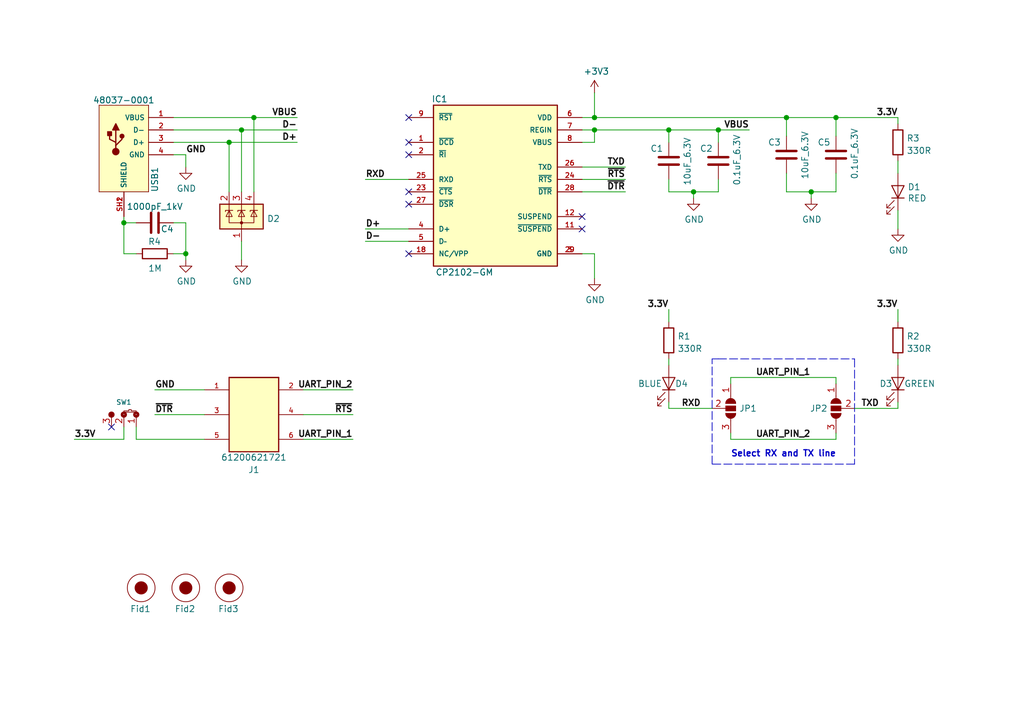
<source format=kicad_sch>
(kicad_sch (version 20211123) (generator eeschema)
  (paper "A5")
  (title_block (title "usb2uart") (date "2020-05-22") (rev "v1.0"))
  (lib_symbols
    (symbol "Bridge_ICs:CP2102-GM" (pin_names (offset 1.016))
      (property "Reference" "IC" (at -12.954 18.3642 0))
      (property "Value" "CP2102-GM" (at -13.1318 -17.3228 0))
      (symbol "CP2102-GM_0_0"
        (rectangle (start -12.7 17.78) (end 12.7 -15.24) (stroke (width 0.254)) (fill (type background)))
        (pin input line (at -17.78 10.16 0) (length 5.08) (name "~{DCD}") (number "1"))
        (pin output line (at 17.78 -7.62 180) (length 5.08) (name "~{SUSPEND}") (number "11"))
        (pin output line (at 17.78 -5.08 180) (length 5.08) (name "SUSPEND") (number "12"))
        (pin bidirectional line (at -17.78 -12.7 0) (length 5.08) (name "NC/VPP") (number "18"))
        (pin input line (at -17.78 7.62 0) (length 5.08) (name "~{RI}") (number "2"))
        (pin input line (at -17.78 0 0) (length 5.08) (name "~{CTS}") (number "23"))
        (pin output line (at 17.78 2.54 180) (length 5.08) (name "~{RTS}") (number "24"))
        (pin input line (at -17.78 2.54 0) (length 5.08) (name "RXD") (number "25"))
        (pin output line (at 17.78 5.08 180) (length 5.08) (name "TXD") (number "26"))
        (pin input line (at -17.78 -2.54 0) (length 5.08) (name "~{DSR}") (number "27"))
        (pin output line (at 17.78 0 180) (length 5.08) (name "~{DTR}") (number "28"))
        (pin power_in line (at 17.78 -12.7 180) (length 5.08) (name "GND") (number "29"))
        (pin power_in line (at 17.78 -12.7 180) (length 5.08) (name "GND") (number "3"))
        (pin bidirectional line (at -17.78 -7.62 0) (length 5.08) (name "D+") (number "4"))
        (pin bidirectional line (at -17.78 -10.16 0) (length 5.08) (name "D–") (number "5"))
        (pin power_in line (at 17.78 15.24 180) (length 5.08) (name "VDD") (number "6"))
        (pin power_in line (at 17.78 12.7 180) (length 5.08) (name "REGIN") (number "7"))
        (pin power_in line (at 17.78 10.16 180) (length 5.08) (name "VBUS") (number "8"))
        (pin bidirectional line (at -17.78 15.24 0) (length 5.08) (name "~{RST}") (number "9"))
      )
    )
    (symbol "CAP_0603:0.1uF_6.3V" (pin_numbers hide) (pin_names (offset 1.016))
      (property "Reference" "C" (at 0 0 0))
      (property "Value" "0.1uF_6.3V" (at 0 0 0))
      (symbol "0.1uF_6.3V_1_1"
        (polyline (pts (xy 2.032 -0.762) (xy -2.032 -0.762)) (stroke (width 0.508)))
        (polyline (pts (xy 2.032 0.762) (xy -2.032 0.762)) (stroke (width 0.508)))
        (pin passive line (at 0 -3.81 90) (length 2.794) (name "~") (number "1"))
        (pin passive line (at 0 3.81 270) (length 2.794) (name "~") (number "2"))
      )
    )
    (symbol "CAP_0603:1000pF_1kV" (pin_numbers hide) (pin_names (offset 1.016))
      (property "Reference" "C" (at 3.81 1.27 0))
      (property "Value" "1000pF_1kV" (at 8.89 -1.27 0))
      (symbol "1000pF_1kV_1_1"
        (polyline (pts (xy 2.032 -0.762) (xy -2.032 -0.762)) (stroke (width 0.508)))
        (polyline (pts (xy 2.032 0.762) (xy -2.032 0.762)) (stroke (width 0.508)))
        (pin passive line (at 0 -3.81 90) (length 2.794) (name "~") (number "1"))
        (pin passive line (at 0 3.81 270) (length 2.794) (name "~") (number "2"))
      )
    )
    (symbol "CAP_0805:10uF_6.3V" (pin_numbers hide) (pin_names (offset 1.016))
      (property "Reference" "C" (at 5.08 1.27 0))
      (property "Value" "10uF_6.3V" (at 10.16 -1.27 0))
      (symbol "10uF_6.3V_1_1"
        (polyline (pts (xy 2.032 -0.762) (xy -2.032 -0.762)) (stroke (width 0.508)))
        (polyline (pts (xy 2.032 0.762) (xy -2.032 0.762)) (stroke (width 0.508)))
        (pin passive line (at 0 -3.81 90) (length 2.794) (name "~") (number "1"))
        (pin passive line (at 0 3.81 270) (length 2.794) (name "~") (number "2"))
      )
    )
    (symbol "Connectors:61200621721" (pin_names (offset 1.016) hide)
      (property "Reference" "J" (at -1.27 11.43 0))
      (property "Value" "61200621721" (at -6.35 8.89 0))
      (symbol "61200621721_0_0"
        (polyline (pts (xy -5.08 -7.62) (xy 5.08 -7.62)) (stroke (width 0.254)))
        (polyline (pts (xy -5.08 7.62) (xy -5.08 -7.62)) (stroke (width 0.254)))
        (polyline (pts (xy 5.08 -7.62) (xy 5.08 7.62)) (stroke (width 0.254)))
        (polyline (pts (xy 5.08 7.62) (xy -5.08 7.62)) (stroke (width 0.254)))
        (pin passive line (at 10.16 -5.08 180) (length 5.08) (name "1") (number "1"))
        (pin passive line (at -10.16 -5.08 0) (length 5.08) (name "2") (number "2"))
        (pin passive line (at 10.16 0 180) (length 5.08) (name "3") (number "3"))
        (pin passive line (at -10.16 0 0) (length 5.08) (name "4") (number "4"))
        (pin passive line (at 10.16 5.08 180) (length 5.08) (name "5") (number "5"))
        (pin passive line (at -10.16 5.08 0) (length 5.08) (name "6") (number "6"))
      )
      (symbol "61200621721_1_1"
        (rectangle (start 5.08 7.62) (end -5.08 -7.62) (fill (type background)))
        (rectangle (start 5.08 7.62) (end 5.08 -7.62))
      )
    )
    (symbol "ESD_protection:SP0503BAHT" (pin_names (offset 1.016))
      (property "Reference" "D" (at 3.81 -2.54 0))
      (property "Value" "SP0503BAHT" (at 1.27 -5.08 0))
      (symbol "SP0503BAHT_0_0"
        (pin passive line (at -0.635 -5.08 90) (length 2.54) (name "") (number "1"))
      )
      (symbol "SP0503BAHT_0_1"
        (rectangle (start -5.08 2.54) (end 3.81 -2.54) (stroke (width 0.254)) (fill (type background)))
        (circle (center -0.635 -1.27) (radius 0.254) (fill (type outline)))
        (polyline (pts (xy -3.175 2.54) (xy -3.175 1.27)))
        (polyline (pts (xy -0.635 -1.27) (xy -0.635 -2.54)))
        (polyline (pts (xy -0.635 -1.27) (xy -0.635 1.27)))
        (polyline (pts (xy -0.635 2.54) (xy -0.635 1.27)))
        (polyline (pts (xy 0 1.27) (xy 0.127 1.27)))
        (polyline (pts (xy 1.905 2.54) (xy 1.905 1.27)))
        (polyline (pts (xy 0 1.27) (xy -1.397 1.27) (xy -1.397 1.016)))
        (polyline (pts (xy -3.937 1.016) (xy -3.937 1.27) (xy -2.54 1.27) (xy -2.413 1.27)))
        (polyline (pts (xy -3.175 1.27) (xy -3.175 -1.27) (xy 1.905 -1.27) (xy 1.905 1.27)))
        (polyline (pts (xy -3.175 1.27) (xy -2.54 0) (xy -3.81 0) (xy -3.175 1.27)))
        (polyline (pts (xy 0 0) (xy -1.27 0) (xy -0.635 1.27) (xy 0 0)))
        (polyline (pts (xy 1.143 1.016) (xy 1.143 1.27) (xy 2.54 1.27) (xy 2.667 1.27)))
        (polyline (pts (xy 1.905 1.27) (xy 1.27 0) (xy 2.54 0) (xy 1.905 1.27)))
      )
      (symbol "SP0503BAHT_1_1"
        (pin passive line (at -3.175 5.08 270) (length 2.54) (name "") (number "2"))
        (pin passive line (at -0.635 5.08 270) (length 2.54) (name "") (number "3"))
        (pin passive line (at 1.905 5.08 270) (length 2.54) (name "") (number "4"))
      )
    )
    (symbol "Fiducial:1.0mm_Mask_2.0mm" (pin_names (offset 1.016))
      (property "Reference" "Fid" (at 1.27 7.62 0))
      (property "Value" "1.0mm_Mask_2.0mm" (at 1.27 7.62 0))
      (symbol "1.0mm_Mask_2.0mm_0_1"
        (circle (center 0 0) (radius 1.27) (fill (type outline)))
        (circle (center 0 0) (radius 2.8448))
      )
    )
    (symbol "Jumper:SolderJumper_3_Open" (pin_names (offset 0) hide)
      (property "Reference" "JP" (at -2.54 -2.54 0))
      (property "Value" "SolderJumper_3_Open" (at 0 2.794 0))
      (symbol "SolderJumper_3_Open_0_1"
        (arc (start -1.016 1.016) (mid -2.032 0) (end -1.016 -1.016))
        (arc (start -1.016 1.016) (mid -2.032 0) (end -1.016 -1.016) (fill (type outline)))
        (rectangle (start -0.508 1.016) (end 0.508 -1.016) (fill (type outline)))
        (polyline (pts (xy -2.54 0) (xy -2.032 0)))
        (polyline (pts (xy -1.016 1.016) (xy -1.016 -1.016)))
        (polyline (pts (xy 0 -1.27) (xy 0 -1.016)))
        (polyline (pts (xy 1.016 1.016) (xy 1.016 -1.016)))
        (polyline (pts (xy 2.54 0) (xy 2.032 0)))
        (arc (start 1.016 -1.016) (mid 2.032 0) (end 1.016 1.016))
        (arc (start 1.016 -1.016) (mid 2.032 0) (end 1.016 1.016) (fill (type outline)))
      )
      (symbol "SolderJumper_3_Open_1_1"
        (pin passive line (at -5.08 0 0) (length 2.54) (name "A") (number "1"))
        (pin input line (at 0 -3.81 90) (length 2.54) (name "C") (number "2"))
        (pin passive line (at 5.08 0 180) (length 2.54) (name "B") (number "3"))
      )
    )
    (symbol "RES_0603:1M" (pin_numbers hide) (pin_names (offset 1.016))
      (property "Reference" "R" (at 2.54 1.27 0))
      (property "Value" "1M" (at 3.81 -1.27 0))
      (symbol "1M_1_1"
        (rectangle (start -1.016 -2.54) (end 1.016 2.54) (stroke (width 0.254)))
        (pin passive line (at 0 3.81 270) (length 1.27) (name "~") (number "1"))
        (pin passive line (at 0 -3.81 90) (length 1.27) (name "~") (number "2"))
      )
    )
    (symbol "RES_0603:330R" (pin_numbers hide) (pin_names (offset 1.016))
      (property "Reference" "R" (at 2.54 1.27 0))
      (property "Value" "330R" (at 5.08 -1.27 0))
      (symbol "330R_1_1"
        (rectangle (start -1.016 -2.54) (end 1.016 2.54) (stroke (width 0.254)))
        (pin passive line (at 0 3.81 270) (length 1.27) (name "~") (number "1"))
        (pin passive line (at 0 -3.81 90) (length 1.27) (name "~") (number "2"))
      )
    )
    (symbol "Switches:SS-3390S-L1" (pin_names (offset 1.016))
      (property "Reference" "SW" (at -1.778 3.81 0))
      (property "Value" "SS-3390S-L1" (at -0.254 2.032 0))
      (symbol "SS-3390S-L1_0_1"
        (circle (center -2.54 0) (radius 0.127) (stroke (width 0.508)))
        (polyline (pts (xy -2.54 0.508) (xy 0 0.508) (xy 0 0.762) (xy -1.016 0.762) (xy -1.016 1.016) (xy -1.27 1.016) (xy -1.524 1.016) (xy -1.524 0.762) (xy -2.54 0.762) (xy -2.54 0.508)) (stroke (width 0.1524)))
        (circle (center 0 0) (radius 0.127) (stroke (width 0.508)))
        (circle (center 2.54 0) (radius 0.0001) (stroke (width 0.508)))
        (circle (center 2.54 0) (radius 0.127) (stroke (width 0.508)))
      )
      (symbol "SS-3390S-L1_1_1"
        (pin passive line (at -2.54 -2.54 90) (length 2.54) (name "~") (number "1"))
        (pin passive line (at 0 -2.54 90) (length 2.54) (name "~") (number "2"))
        (pin passive line (at 2.54 -2.54 90) (length 2.54) (name "~") (number "3"))
      )
    )
    (symbol "USB_connector:48037-0001" (pin_names (offset 0.762))
      (property "Reference" "USB" (at 8.89 -8.89 90))
      (property "Value" "48037-0001" (at -5.08 10.16 0))
      (symbol "48037-0001_1_1"
        (rectangle (start -5.08 8.89) (end 5.08 -8.89) (fill (type background)))
        (polyline (pts (xy 1.651 1.27) (xy 1.651 3.81)) (stroke (width 0.254)))
        (polyline (pts (xy 1.016 3.81) (xy 2.286 3.81) (xy 1.651 5.08) (xy 1.016 3.81)) (stroke (width 0.254)) (fill (type outline)))
        (polyline (pts (xy 1.651 0) (xy 1.651 0.635) (xy 0.381 1.905) (xy 0.381 2.54)) (stroke (width 0.254)))
        (polyline (pts (xy 1.651 0.635) (xy 1.651 1.27) (xy 2.921 1.905) (xy 2.921 3.175)) (stroke (width 0.254)))
        (circle (center 0.381 2.54) (radius 0.381) (stroke (width 0.254)) (fill (type outline)))
        (circle (center 1.651 -0.635) (radius 0.635) (stroke (width 0.254)) (fill (type outline)))
        (rectangle (start 2.54 3.429) (end 3.302 2.667) (stroke (width 0.254)) (fill (type outline)))
        (pin passive line (at -10.16 6.35 0) (length 5.08) (name "VBUS") (number "1"))
        (pin passive line (at -10.16 3.81 0) (length 5.08) (name "D-") (number "2"))
        (pin passive line (at -10.16 1.27 0) (length 5.08) (name "D+") (number "3"))
        (pin passive line (at -10.16 -1.27 0) (length 5.08) (name "GND") (number "4"))
        (pin passive line (at 0 -13.97 90) (length 5.08) (name "SHIELD") (number "SH1"))
        (pin passive line (at 0 -13.97 90) (length 5.08) (name "SHIELD") (number "SH2"))
      )
    )
    (symbol "usb2uart-rescue:+3.3V-power-cp2102-rescue" (power) (pin_names (offset 0))
      (property "Value" "+3.3V-power-cp2102-rescue" (at 0 3.556 0))
      (symbol "+3.3V-power-cp2102-rescue_0_1"
        (polyline (pts (xy -0.762 1.27) (xy 0 2.54)))
        (polyline (pts (xy 0 0) (xy 0 2.54)))
        (polyline (pts (xy 0 2.54) (xy 0.762 1.27)))
      )
      (symbol "+3.3V-power-cp2102-rescue_1_1"
        (pin power_in line (at 0 0 90) (length 0) hide (name "+3V3") (number "1"))
      )
    )
    (symbol "usb2uart-rescue:GND-power-cp2102-rescue" (power) (pin_names (offset 0))
      (property "Value" "GND-power-cp2102-rescue" (at 0 -3.81 0))
      (symbol "GND-power-cp2102-rescue_0_1"
        (polyline (pts (xy 0 0) (xy 0 -1.27) (xy 1.27 -1.27) (xy 0 -2.54) (xy -1.27 -1.27) (xy 0 -1.27)))
      )
      (symbol "GND-power-cp2102-rescue_1_1"
        (pin power_in line (at 0 0 270) (length 0) hide (name "GND") (number "1"))
      )
    )
    (symbol "usb2uart-rescue:LED-Device-cp2102-rescue" (pin_numbers hide) (pin_names (offset 1.016) hide)
      (property "Reference" "D" (at 0 2.54 0))
      (property "Value" "LED-Device-cp2102-rescue" (at 0 -2.54 0))
      (symbol "LED-Device-cp2102-rescue_0_1"
        (polyline (pts (xy -1.27 -1.27) (xy -1.27 1.27)) (stroke (width 0.2032)))
        (polyline (pts (xy -1.27 0) (xy 1.27 0)))
        (polyline (pts (xy 1.27 -1.27) (xy 1.27 1.27) (xy -1.27 0) (xy 1.27 -1.27)) (stroke (width 0.2032)))
        (polyline (pts (xy -3.048 -0.762) (xy -4.572 -2.286) (xy -3.81 -2.286) (xy -4.572 -2.286) (xy -4.572 -1.524)))
        (polyline (pts (xy -1.778 -0.762) (xy -3.302 -2.286) (xy -2.54 -2.286) (xy -3.302 -2.286) (xy -3.302 -1.524)))
      )
      (symbol "LED-Device-cp2102-rescue_1_1"
        (pin passive line (at -3.81 0 0) (length 2.54) (name "K") (number "1"))
        (pin passive line (at 3.81 0 180) (length 2.54) (name "A") (number "2"))
      )
    )
  )
  (junction (at 147.32 26.67))
  (junction (at 137.16 26.67))
  (junction (at 121.92 24.13))
  (junction (at 25.4 45.72))
  (junction (at 49.53 26.67))
  (junction (at 161.29 24.13))
  (junction (at 166.37 39.37))
  (junction (at 38.1 52.07))
  (junction (at 46.99 29.21))
  (junction (at 142.24 39.37))
  (junction (at 171.45 24.13))
  (junction (at 52.07 24.13))
  (junction (at 121.92 26.67))
  (no_connect (at 22.86 87.63))
  (no_connect (at 83.82 52.07))
  (no_connect (at 119.38 46.99))
  (no_connect (at 83.82 29.21))
  (no_connect (at 83.82 39.37))
  (no_connect (at 83.82 41.91))
  (no_connect (at 83.82 24.13))
  (no_connect (at 83.82 31.75))
  (no_connect (at 119.38 44.45))
  (wire (pts (xy 35.56 26.67) (xy 49.53 26.67)))
  (wire (pts (xy 31.75 80.01) (xy 41.91 80.01)))
  (wire (pts (xy 25.4 87.63) (xy 25.4 90.17)))
  (wire (pts (xy 137.16 74.93) (xy 137.16 73.66)))
  (wire (pts (xy 119.38 29.21) (xy 121.92 29.21)))
  (wire (pts (xy 25.4 90.17) (xy 15.24 90.17)))
  (wire (pts (xy 52.07 39.37) (xy 52.07 24.13)))
  (wire (pts (xy 161.29 27.94) (xy 161.29 24.13)))
  (wire (pts (xy 38.1 45.72) (xy 38.1 52.07)))
  (wire (pts (xy 149.86 90.17) (xy 171.45 90.17)))
  (wire (pts (xy 38.1 31.75) (xy 38.1 34.29)))
  (wire (pts (xy 119.38 26.67) (xy 121.92 26.67)))
  (wire (pts (xy 119.38 34.29) (xy 128.27 34.29)))
  (wire (pts (xy 62.23 85.09) (xy 72.39 85.09)))
  (wire (pts (xy 35.56 24.13) (xy 52.07 24.13)))
  (wire (pts (xy 41.91 90.17) (xy 27.94 90.17)))
  (wire (pts (xy 62.23 80.01) (xy 72.39 80.01)))
  (wire (pts (xy 49.53 49.53) (xy 49.53 53.34)))
  (wire (pts (xy 137.16 29.21) (xy 137.16 26.67)))
  (polyline (pts (xy 147.32 73.66) (xy 175.26 73.66)))
  (wire (pts (xy 161.29 35.56) (xy 161.29 39.37)))
  (wire (pts (xy 171.45 77.47) (xy 171.45 78.74)))
  (wire (pts (xy 147.32 36.83) (xy 147.32 39.37)))
  (wire (pts (xy 25.4 52.07) (xy 27.94 52.07)))
  (wire (pts (xy 49.53 39.37) (xy 49.53 26.67)))
  (wire (pts (xy 121.92 24.13) (xy 161.29 24.13)))
  (wire (pts (xy 184.15 63.5) (xy 184.15 66.04)))
  (wire (pts (xy 149.86 88.9) (xy 149.86 90.17)))
  (wire (pts (xy 35.56 45.72) (xy 38.1 45.72)))
  (wire (pts (xy 46.99 29.21) (xy 60.96 29.21)))
  (wire (pts (xy 49.53 26.67) (xy 60.96 26.67)))
  (wire (pts (xy 137.16 36.83) (xy 137.16 39.37)))
  (wire (pts (xy 184.15 46.99) (xy 184.15 43.18)))
  (wire (pts (xy 119.38 52.07) (xy 121.92 52.07)))
  (wire (pts (xy 171.45 39.37) (xy 171.45 35.56)))
  (wire (pts (xy 25.4 44.45) (xy 25.4 45.72)))
  (wire (pts (xy 27.94 87.63) (xy 27.94 90.17)))
  (wire (pts (xy 137.16 82.55) (xy 137.16 83.82)))
  (wire (pts (xy 41.91 85.09) (xy 31.75 85.09)))
  (wire (pts (xy 184.15 35.56) (xy 184.15 33.02)))
  (wire (pts (xy 25.4 45.72) (xy 27.94 45.72)))
  (polyline (pts (xy 146.05 95.25) (xy 146.05 73.66)))
  (wire (pts (xy 121.92 26.67) (xy 137.16 26.67)))
  (wire (pts (xy 121.92 19.05) (xy 121.92 24.13)))
  (wire (pts (xy 35.56 29.21) (xy 46.99 29.21)))
  (wire (pts (xy 184.15 83.82) (xy 184.15 82.55)))
  (wire (pts (xy 38.1 52.07) (xy 38.1 53.34)))
  (wire (pts (xy 121.92 29.21) (xy 121.92 26.67)))
  (wire (pts (xy 184.15 24.13) (xy 184.15 25.4)))
  (wire (pts (xy 119.38 24.13) (xy 121.92 24.13)))
  (wire (pts (xy 62.23 90.17) (xy 72.39 90.17)))
  (wire (pts (xy 147.32 26.67) (xy 153.67 26.67)))
  (wire (pts (xy 166.37 39.37) (xy 171.45 39.37)))
  (wire (pts (xy 83.82 36.83) (xy 74.93 36.83)))
  (wire (pts (xy 161.29 24.13) (xy 171.45 24.13)))
  (wire (pts (xy 52.07 24.13) (xy 60.96 24.13)))
  (wire (pts (xy 166.37 40.64) (xy 166.37 39.37)))
  (wire (pts (xy 184.15 73.66) (xy 184.15 74.93)))
  (wire (pts (xy 161.29 39.37) (xy 166.37 39.37)))
  (wire (pts (xy 121.92 52.07) (xy 121.92 57.15)))
  (wire (pts (xy 142.24 39.37) (xy 147.32 39.37)))
  (wire (pts (xy 137.16 39.37) (xy 142.24 39.37)))
  (wire (pts (xy 119.38 39.37) (xy 128.27 39.37)))
  (wire (pts (xy 137.16 83.82) (xy 146.05 83.82)))
  (wire (pts (xy 83.82 46.99) (xy 74.93 46.99)))
  (wire (pts (xy 35.56 52.07) (xy 38.1 52.07)))
  (wire (pts (xy 35.56 31.75) (xy 38.1 31.75)))
  (wire (pts (xy 25.4 45.72) (xy 25.4 52.07)))
  (wire (pts (xy 171.45 27.94) (xy 171.45 24.13)))
  (wire (pts (xy 83.82 49.53) (xy 74.93 49.53)))
  (wire (pts (xy 46.99 39.37) (xy 46.99 29.21)))
  (wire (pts (xy 142.24 40.64) (xy 142.24 39.37)))
  (wire (pts (xy 149.86 77.47) (xy 171.45 77.47)))
  (wire (pts (xy 171.45 24.13) (xy 184.15 24.13)))
  (wire (pts (xy 137.16 26.67) (xy 147.32 26.67)))
  (polyline (pts (xy 175.26 95.25) (xy 146.05 95.25)))
  (wire (pts (xy 119.38 36.83) (xy 128.27 36.83)))
  (wire (pts (xy 147.32 29.21) (xy 147.32 26.67)))
  (wire (pts (xy 149.86 78.74) (xy 149.86 77.47)))
  (polyline (pts (xy 175.26 73.66) (xy 175.26 95.25)))
  (wire (pts (xy 137.16 66.04) (xy 137.16 63.5)))
  (polyline (pts (xy 146.05 73.66) (xy 147.32 73.66)))
  (wire (pts (xy 171.45 90.17) (xy 171.45 88.9)))
  (wire (pts (xy 175.26 83.82) (xy 184.15 83.82)))
  (text "Select RX and TX line" (at 149.86 93.98 0) (effects (font (size 1.27 1.27) (thickness 0.254) bold) (justify left bottom)))
  (label "UART_PIN_1" (at 72.39 90.17 180) (effects (font (thickness 0.254) bold)))
  (label "UART_PIN_1" (at 154.94 77.47 0) (effects (font (thickness 0.254) bold)))
  (label "UART_PIN_2" (at 72.39 80.01 180) (effects (font (thickness 0.254) bold)))
  (label "RXD" (at 139.7 83.82 0) (effects (font (thickness 0.254) bold)))
  (label "D-" (at 60.96 26.67 180) (effects (font (thickness 0.254) bold)))
  (label "VBUS" (at 60.96 24.13 180) (effects (font (thickness 0.254) bold)))
  (label "~{DTR}" (at 31.75 85.09 0) (effects (font (thickness 0.254) bold)))
  (label "~{RTS}" (at 128.27 36.83 180) (effects (font (thickness 0.254) bold)))
  (label "~{DTR}" (at 128.27 39.37 180) (effects (font (thickness 0.254) bold)))
  (label "TXD" (at 128.27 34.29 180) (effects (font (thickness 0.254) bold)))
  (label "3.3V" (at 184.15 63.5 180) (effects (font (thickness 0.254) bold)))
  (label "3.3V" (at 15.24 90.17 0) (effects (font (thickness 0.254) bold)))
  (label "3.3V" (at 137.16 63.5 180) (effects (font (thickness 0.254) bold)))
  (label "D-" (at 74.93 49.53 0) (effects (font (thickness 0.254) bold)))
  (label "D+" (at 74.93 46.99 0) (effects (font (thickness 0.254) bold)))
  (label "3.3V" (at 184.15 24.13 180) (effects (font (thickness 0.254) bold)))
  (label "~{RTS}" (at 72.39 85.09 180) (effects (font (thickness 0.254) bold)))
  (label "GND" (at 31.75 80.01 0) (effects (font (thickness 0.254) bold)))
  (label "GND" (at 38.1 31.75 0) (effects (font (thickness 0.254) bold)))
  (label "D+" (at 60.96 29.21 180) (effects (font (thickness 0.254) bold)))
  (label "RXD" (at 74.93 36.83 0) (effects (font (thickness 0.254) bold)))
  (label "VBUS" (at 153.67 26.67 180) (effects (font (thickness 0.254) bold)))
  (label "UART_PIN_2" (at 154.94 90.17 0) (effects (font (thickness 0.254) bold)))
  (label "TXD" (at 180.34 83.82 180) (effects (font (thickness 0.254) bold)))
  (symbol (lib_id "usb2uart-rescue:GND-power-cp2102-rescue") (at 38.1 53.34 0) (unit 1)
    (property "Reference" "#PWR02" (effects hide))
    (property "Value" "GND" (at 38.227 57.7342 0))
  )
  (symbol (lib_id "usb2uart-rescue:GND-power-cp2102-rescue") (at 121.92 57.15 0) (unit 1)
    (property "Reference" "#PWR05" (effects hide))
    (property "Value" "GND" (at 122.047 61.5442 0))
  )
  (symbol (lib_id "usb2uart-rescue:GND-power-cp2102-rescue") (at 184.15 46.99 0) (unit 1)
    (property "Reference" "#PWR013" (effects hide))
    (property "Value" "GND" (at 184.277 51.3842 0))
  )
  (symbol (lib_id "usb2uart-rescue:LED-Device-cp2102-rescue") (at 184.15 39.37 270) (mirror x) (unit 1)
    (property "Reference" "D1" (at 186.1312 38.3794 90) (effects (justify left)))
    (property "Value" "RED" (at 186.1312 40.6908 90) (effects (justify left)))
    (property "Footprint" "LED_SMD:LED_0603_1608Metric" (effects hide))
    (property "MPN" "155060RS73200" (effects hide))
  )
  (symbol (lib_id "RES_0603:1M") (at 31.75 52.07 270) (unit 1)
    (property "Reference" "R4" (at 31.6992 49.5808 90))
    (property "Value" "1M" (at 31.8008 55.0672 90))
    (property "Footprint" "f:0603" (effects hide))
    (property "Datasheet" "https://eu.mouser.com/datasheet/2/447/PYu-RC_Group_51_RoHS_L_10-1664068.pdf" (effects hide))
    (property "MPN" "RN73R1JTTD1004F50" (effects hide))
    (property "MOUSER PN" "660-RN73R1JTD1004F50" (effects hide))
  )
  (symbol (lib_id "Bridge_ICs:CP2102-GM") (at 101.6 39.37 0) (unit 1)
    (property "Reference" "IC1" (at 90.17 20.32 0))
    (property "Value" "CP2102-GM" (at 95.25 55.88 0))
    (property "Footprint" "f:QFN-28" (effects hide))
    (property "Datasheet" "https://eu.mouser.com/datasheet/2/368/CP2102-9-1397909.pdf" (effects hide))
    (property "MPN" "CP2102-GM" (effects hide))
    (property "MOUSER PN" "634-CP2102-GM" (effects hide))
  )
  (symbol (lib_id "usb2uart-rescue:GND-power-cp2102-rescue") (at 38.1 34.29 0) (unit 1)
    (property "Reference" "#PWR0101" (effects hide))
    (property "Value" "GND" (at 38.227 38.6842 0))
  )
  (symbol (lib_id "usb2uart-rescue:GND-power-cp2102-rescue") (at 142.24 40.64 0) (unit 1)
    (property "Reference" "#PWR0102" (effects hide))
    (property "Value" "GND" (at 142.367 45.0342 0))
  )
  (symbol (lib_id "usb2uart-rescue:+3.3V-power-cp2102-rescue") (at 121.92 19.05 0) (unit 1)
    (property "Reference" "#PWR0103" (effects hide))
    (property "Value" "+3.3V" (at 122.301 14.6558 0))
  )
  (symbol (lib_id "usb2uart-rescue:GND-power-cp2102-rescue") (at 166.37 40.64 0) (unit 1)
    (property "Reference" "#PWR0104" (effects hide))
    (property "Value" "GND" (at 166.497 45.0342 0))
  )
  (symbol (lib_id "CAP_0805:10uF_6.3V") (at 137.16 33.02 0) (unit 1)
    (property "Reference" "C1" (at 133.35 30.48 0) (effects (justify left)))
    (property "Value" "10uF_6.3V" (at 140.97 38.1 90) (effects (justify left)))
    (property "Footprint" "f:0805" (effects hide))
    (property "Datasheet" "https://www.mouser.com/datasheet/2/396/mlcc02_e-1307760.pdf" (effects hide))
    (property "MPN" "JMK212ABJ106MG-T" (effects hide))
    (property "MOUSER PN" "963-JMK212ABJ106MG-T" (effects hide))
  )
  (symbol (lib_id "CAP_0805:10uF_6.3V") (at 161.29 31.75 0) (unit 1)
    (property "Reference" "C3" (at 157.48 29.21 0) (effects (justify left)))
    (property "Value" "10uF_6.3V" (at 165.1 36.83 90) (effects (justify left)))
    (property "Footprint" "f:0805" (effects hide))
    (property "Datasheet" "https://www.mouser.com/datasheet/2/396/mlcc02_e-1307760.pdf" (effects hide))
    (property "MPN" "JMK212ABJ106MG-T" (effects hide))
    (property "MOUSER PN" "963-JMK212ABJ106MG-T" (effects hide))
  )
  (symbol (lib_id "CAP_0603:0.1uF_6.3V") (at 147.32 33.02 0) (unit 1)
    (property "Reference" "C2" (at 143.51 30.48 0) (effects (justify left)))
    (property "Value" "0.1uF_6.3V" (at 151.13 38.1 90) (effects (justify left)))
    (property "Footprint" "f:0603" (effects hide))
    (property "Datasheet" "https://eu.mouser.com/datasheet/2/40/cx5r-776519.pdf" (effects hide))
    (property "MPN" "06036D104KAT2A" (effects hide))
    (property "MOUSER PN" "581-06036D104KAT2A" (effects hide))
  )
  (symbol (lib_id "CAP_0603:0.1uF_6.3V") (at 171.45 31.75 0) (unit 1)
    (property "Reference" "C5" (at 167.64 29.21 0) (effects (justify left)))
    (property "Value" "0.1uF_6.3V" (at 175.26 36.83 90) (effects (justify left)))
    (property "Footprint" "f:0603" (effects hide))
    (property "Datasheet" "https://eu.mouser.com/datasheet/2/40/cx5r-776519.pdf" (effects hide))
    (property "MPN" "06036D104KAT2A" (effects hide))
    (property "MOUSER PN" "581-06036D104KAT2A" (effects hide))
  )
  (symbol (lib_id "Connectors:61200621721") (at 52.07 85.09 180) (unit 1)
    (property "Reference" "J1" (at 52.07 96.4098 0))
    (property "Value" "61200621721" (at 52.07 93.8729 0))
    (property "Footprint" "f:61200621721" (effects hide))
    (property "Datasheet" "https://eu.mouser.com/datasheet/2/445/61200621721-1717767.pdf" (effects hide))
    (property "MPN" "61200621721" (effects hide))
    (property "Mouser PN" "710-61200621721" (effects hide))
  )
  (symbol (lib_id "Switches:SS-3390S-L1") (at 25.4 85.09 0) (mirror y) (unit 1)
    (property "Reference" "SW1" (at 25.4 82.55 0) (effects (font (size 0.9906 0.9906))))
    (property "Value" "SS-3390S-L1" (effects hide))
    (property "Footprint" "f:SS-33905-1" (effects hide))
    (property "Datasheet" "https://datasheet.lcsc.com/lcsc/2110151630_XKB-Connectivity-SS-3390S-L1_C318998.pdf" (effects hide))
    (property "MPN" "SS-3390S-L1" (effects hide))
  )
  (symbol (lib_id "CAP_0603:1000pF_1kV") (at 31.75 45.72 270) (unit 1)
    (property "Reference" "C4" (at 34.29 46.99 90))
    (property "Value" "1000pF_1kV" (at 31.75 42.3981 90))
    (property "Footprint" "f:0603" (effects hide))
    (property "Datasheet" "https://eu.mouser.com/datasheet/2/212/KEM_C1034_X7R_HV_ARC_SMD-1101730.pdf" (effects hide))
    (property "MPN" "C0603V102KDRACTU" (effects hide))
    (property "MOUSER PN" "80-C0603V102KDR" (effects hide))
  )
  (symbol (lib_id "Jumper:SolderJumper_3_Open") (at 171.45 83.82 90) (mirror x) (unit 1)
    (property "Reference" "JP2" (at 169.7482 83.82 90) (effects (justify left)))
    (property "Value" "SolderJumper_3_Open" (effects hide))
    (property "Footprint" "f:SolderJumper-3_P1.3mm_Open_RoundedPad1.0x1.5mm" (effects hide))
  )
  (symbol (lib_id "ESD_protection:SP0503BAHT") (at 50.165 44.45 0) (unit 1)
    (property "Reference" "D2" (at 54.737 44.8838 0) (effects (justify left)))
    (property "Value" "SP0503BAHT" (effects hide))
    (property "Footprint" "f:SOT-143-4" (effects hide))
    (property "Datasheet" "https://eu.mouser.com/datasheet/2/240/SP05xxBA-1372582.pdf" (effects hide))
    (property "MPN" "SP0503BAHT" (effects hide))
    (property "Mouser PN" "576-SP0503BAHT" (effects hide))
  )
  (symbol (lib_id "Fiducial:1.0mm_Mask_2.0mm") (at 28.956 120.65 0) (unit 1)
    (property "Reference" "Fid1" (at 26.67 124.968 0) (effects (justify left)))
    (property "Value" "1.0mm_Mask_2.0mm" (effects hide))
    (property "Footprint" "f:Fiducial_1mm_Mask2mm" (effects hide))
  )
  (symbol (lib_id "USB_connector:48037-0001") (at 25.4 30.48 0) (mirror y) (unit 1)
    (property "Reference" "USB1" (at 31.75 36.83 90))
    (property "Value" "48037-0001" (at 25.4 20.5541 0))
    (property "Footprint" "f:USB_48037-0001" (effects hide))
    (property "Datasheet" "https://eu.mouser.com/datasheet/2/276/0480370001_IO_CONNECTORS-146395.pdf" (effects hide))
    (property "MPN" "48037-0001" (effects hide))
    (property "Mouser PN" "538-48037-0001" (effects hide))
  )
  (symbol (lib_id "usb2uart-rescue:LED-Device-cp2102-rescue") (at 184.15 78.74 270) (mirror x) (unit 1)
    (property "Reference" "D3" (at 180.34 78.74 90) (effects (justify left)))
    (property "Value" "GREEN" (at 185.42 78.74 90) (effects (justify left)))
    (property "Footprint" "LED_SMD:LED_0603_1608Metric" (effects hide))
    (property "MPN" "155060VS73200" (effects hide))
  )
  (symbol (lib_id "RES_0603:330R") (at 184.15 29.21 0) (unit 1)
    (property "Reference" "R3" (at 185.928 28.3753 0) (effects (justify left)))
    (property "Value" "330R" (at 185.928 30.9122 0) (effects (justify left)))
    (property "Footprint" "f:0603" (effects hide))
    (property "Datasheet" "https://eu.mouser.com/datasheet/2/447/PYu_AC_51_RoHS_L_7-1714230.pdf" (effects hide))
    (property "MPN" "AC0603FR-10330RL" (effects hide))
    (property "MOUSER PN" "603-AC0603FR-10330RL" (effects hide))
  )
  (symbol (lib_id "Jumper:SolderJumper_3_Open") (at 149.86 83.82 270) (unit 1)
    (property "Reference" "JP1" (at 151.5872 83.82 90) (effects (justify left)))
    (property "Value" "SolderJumper_3_Open" (effects hide))
    (property "Footprint" "f:SolderJumper-3_P1.3mm_Open_RoundedPad1.0x1.5mm" (effects hide))
  )
  (symbol (lib_id "usb2uart-rescue:GND-power-cp2102-rescue") (at 49.53 53.34 0) (unit 1)
    (property "Reference" "#PWR?" (effects hide))
    (property "Value" "GND" (at 49.657 57.7342 0))
  )
  (symbol (lib_id "Fiducial:1.0mm_Mask_2.0mm") (at 38.1 120.65 0) (unit 1)
    (property "Reference" "Fid2" (at 35.814 124.968 0) (effects (justify left)))
    (property "Value" "1.0mm_Mask_2.0mm" (effects hide))
    (property "Footprint" "f:Fiducial_1mm_Mask2mm" (effects hide))
  )
  (symbol (lib_id "usb2uart-rescue:LED-Device-cp2102-rescue") (at 137.16 78.74 270) (mirror x) (unit 1)
    (property "Reference" "D4" (at 138.43 78.74 90) (effects (justify left)))
    (property "Value" "BLUE" (at 130.81 78.74 90) (effects (justify left)))
    (property "Footprint" "LED_SMD:LED_0603_1608Metric" (effects hide))
    (property "MPN" "155060BS73200" (effects hide))
  )
  (symbol (lib_id "RES_0603:330R") (at 137.16 69.85 0) (unit 1)
    (property "Reference" "R1" (at 138.938 69.0153 0) (effects (justify left)))
    (property "Value" "330R" (at 138.938 71.5522 0) (effects (justify left)))
    (property "Footprint" "f:0603" (effects hide))
    (property "Datasheet" "https://eu.mouser.com/datasheet/2/447/PYu_AC_51_RoHS_L_7-1714230.pdf" (effects hide))
    (property "MPN" "AC0603FR-10330RL" (effects hide))
    (property "MOUSER PN" "603-AC0603FR-10330RL" (effects hide))
  )
  (symbol (lib_id "RES_0603:330R") (at 184.15 69.85 0) (unit 1)
    (property "Reference" "R2" (at 185.928 69.0153 0) (effects (justify left)))
    (property "Value" "330R" (at 185.928 71.5522 0) (effects (justify left)))
    (property "Footprint" "f:0603" (effects hide))
    (property "Datasheet" "https://eu.mouser.com/datasheet/2/447/PYu_AC_51_RoHS_L_7-1714230.pdf" (effects hide))
    (property "MPN" "AC0603FR-10330RL" (effects hide))
    (property "MOUSER PN" "603-AC0603FR-10330RL" (effects hide))
  )
  (symbol (lib_id "Fiducial:1.0mm_Mask_2.0mm") (at 46.99 120.65 0) (unit 1)
    (property "Reference" "Fid3" (at 44.704 124.968 0) (effects (justify left)))
    (property "Value" "1.0mm_Mask_2.0mm" (effects hide))
    (property "Footprint" "f:Fiducial_1mm_Mask2mm" (effects hide))
  )
)
</source>
